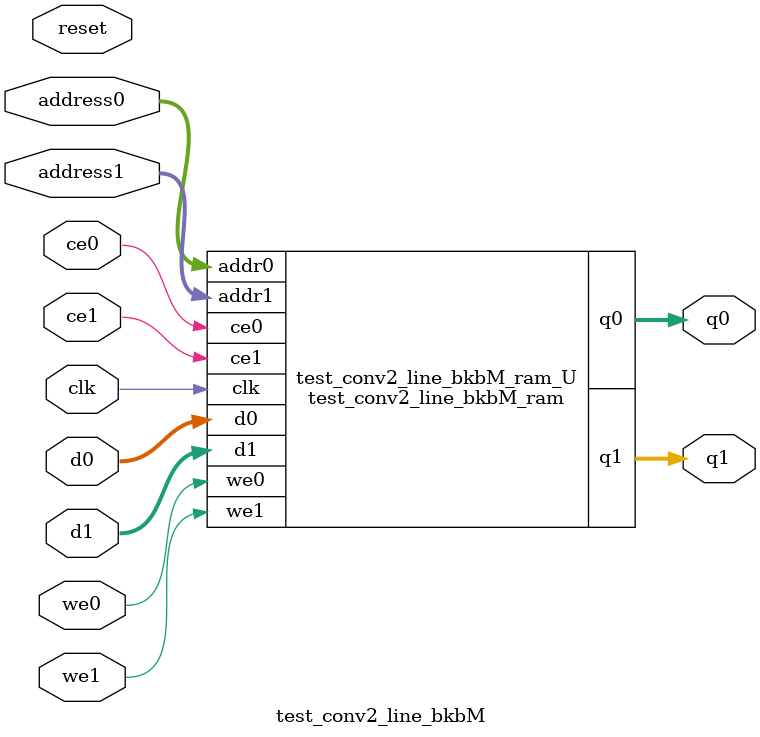
<source format=v>
`timescale 1 ns / 1 ps
module test_conv2_line_bkbM_ram (addr0, ce0, d0, we0, q0, addr1, ce1, d1, we1, q1,  clk);

parameter DWIDTH = 4;
parameter AWIDTH = 13;
parameter MEM_SIZE = 7776;

input[AWIDTH-1:0] addr0;
input ce0;
input[DWIDTH-1:0] d0;
input we0;
output reg[DWIDTH-1:0] q0;
input[AWIDTH-1:0] addr1;
input ce1;
input[DWIDTH-1:0] d1;
input we1;
output reg[DWIDTH-1:0] q1;
input clk;

(* ram_style = "block" *)reg [DWIDTH-1:0] ram[0:MEM_SIZE-1];




always @(posedge clk)  
begin 
    if (ce0) begin
        if (we0) 
            ram[addr0] <= d0; 
        q0 <= ram[addr0];
    end
end


always @(posedge clk)  
begin 
    if (ce1) begin
        if (we1) 
            ram[addr1] <= d1; 
        q1 <= ram[addr1];
    end
end


endmodule

`timescale 1 ns / 1 ps
module test_conv2_line_bkbM(
    reset,
    clk,
    address0,
    ce0,
    we0,
    d0,
    q0,
    address1,
    ce1,
    we1,
    d1,
    q1);

parameter DataWidth = 32'd4;
parameter AddressRange = 32'd7776;
parameter AddressWidth = 32'd13;
input reset;
input clk;
input[AddressWidth - 1:0] address0;
input ce0;
input we0;
input[DataWidth - 1:0] d0;
output[DataWidth - 1:0] q0;
input[AddressWidth - 1:0] address1;
input ce1;
input we1;
input[DataWidth - 1:0] d1;
output[DataWidth - 1:0] q1;



test_conv2_line_bkbM_ram test_conv2_line_bkbM_ram_U(
    .clk( clk ),
    .addr0( address0 ),
    .ce0( ce0 ),
    .we0( we0 ),
    .d0( d0 ),
    .q0( q0 ),
    .addr1( address1 ),
    .ce1( ce1 ),
    .we1( we1 ),
    .d1( d1 ),
    .q1( q1 ));

endmodule


</source>
